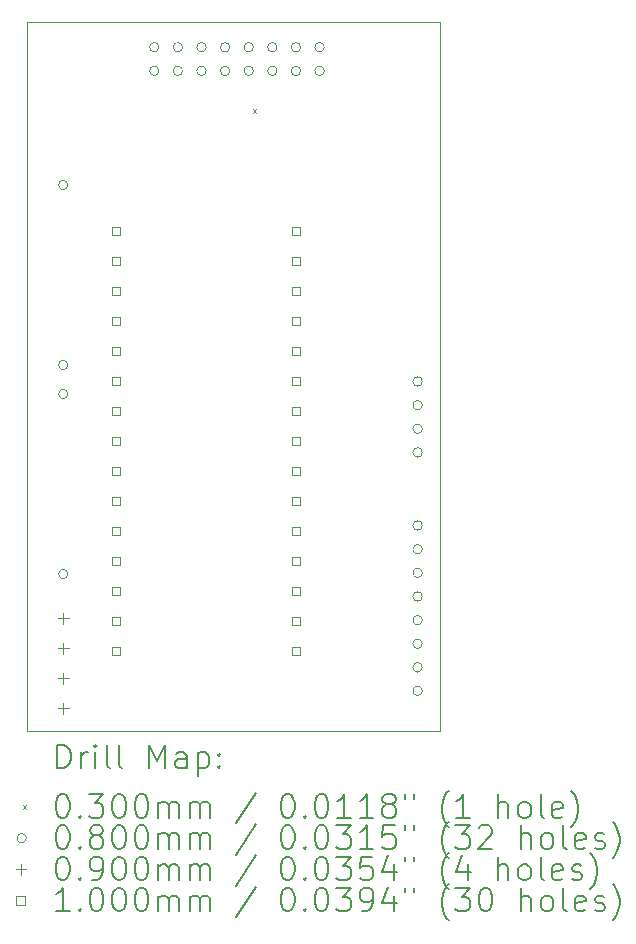
<source format=gbr>
%TF.GenerationSoftware,KiCad,Pcbnew,8.0.8*%
%TF.CreationDate,2025-01-20T01:17:02+01:00*%
%TF.ProjectId,NANO_MPU_SD_2Layers,4e414e4f-5f4d-4505-955f-53445f324c61,rev?*%
%TF.SameCoordinates,Original*%
%TF.FileFunction,Drillmap*%
%TF.FilePolarity,Positive*%
%FSLAX45Y45*%
G04 Gerber Fmt 4.5, Leading zero omitted, Abs format (unit mm)*
G04 Created by KiCad (PCBNEW 8.0.8) date 2025-01-20 01:17:02*
%MOMM*%
%LPD*%
G01*
G04 APERTURE LIST*
%ADD10C,0.050000*%
%ADD11C,0.200000*%
%ADD12C,0.100000*%
G04 APERTURE END LIST*
D10*
X5000000Y-5000000D02*
X8500000Y-5000000D01*
X8500000Y-11000000D01*
X5000000Y-11000000D01*
X5000000Y-5000000D01*
D11*
D12*
X6915000Y-5733693D02*
X6945000Y-5763693D01*
X6945000Y-5733693D02*
X6915000Y-5763693D01*
X5350000Y-6376000D02*
G75*
G02*
X5270000Y-6376000I-40000J0D01*
G01*
X5270000Y-6376000D02*
G75*
G02*
X5350000Y-6376000I40000J0D01*
G01*
X5350000Y-7900000D02*
G75*
G02*
X5270000Y-7900000I-40000J0D01*
G01*
X5270000Y-7900000D02*
G75*
G02*
X5350000Y-7900000I40000J0D01*
G01*
X5350000Y-8146000D02*
G75*
G02*
X5270000Y-8146000I-40000J0D01*
G01*
X5270000Y-8146000D02*
G75*
G02*
X5350000Y-8146000I40000J0D01*
G01*
X5350000Y-9670000D02*
G75*
G02*
X5270000Y-9670000I-40000J0D01*
G01*
X5270000Y-9670000D02*
G75*
G02*
X5350000Y-9670000I40000J0D01*
G01*
X6120000Y-5210000D02*
G75*
G02*
X6040000Y-5210000I-40000J0D01*
G01*
X6040000Y-5210000D02*
G75*
G02*
X6120000Y-5210000I40000J0D01*
G01*
X6120000Y-5410000D02*
G75*
G02*
X6040000Y-5410000I-40000J0D01*
G01*
X6040000Y-5410000D02*
G75*
G02*
X6120000Y-5410000I40000J0D01*
G01*
X6320000Y-5210000D02*
G75*
G02*
X6240000Y-5210000I-40000J0D01*
G01*
X6240000Y-5210000D02*
G75*
G02*
X6320000Y-5210000I40000J0D01*
G01*
X6320000Y-5410000D02*
G75*
G02*
X6240000Y-5410000I-40000J0D01*
G01*
X6240000Y-5410000D02*
G75*
G02*
X6320000Y-5410000I40000J0D01*
G01*
X6520000Y-5210000D02*
G75*
G02*
X6440000Y-5210000I-40000J0D01*
G01*
X6440000Y-5210000D02*
G75*
G02*
X6520000Y-5210000I40000J0D01*
G01*
X6520000Y-5410000D02*
G75*
G02*
X6440000Y-5410000I-40000J0D01*
G01*
X6440000Y-5410000D02*
G75*
G02*
X6520000Y-5410000I40000J0D01*
G01*
X6720000Y-5210000D02*
G75*
G02*
X6640000Y-5210000I-40000J0D01*
G01*
X6640000Y-5210000D02*
G75*
G02*
X6720000Y-5210000I40000J0D01*
G01*
X6720000Y-5410000D02*
G75*
G02*
X6640000Y-5410000I-40000J0D01*
G01*
X6640000Y-5410000D02*
G75*
G02*
X6720000Y-5410000I40000J0D01*
G01*
X6920000Y-5210000D02*
G75*
G02*
X6840000Y-5210000I-40000J0D01*
G01*
X6840000Y-5210000D02*
G75*
G02*
X6920000Y-5210000I40000J0D01*
G01*
X6920000Y-5410000D02*
G75*
G02*
X6840000Y-5410000I-40000J0D01*
G01*
X6840000Y-5410000D02*
G75*
G02*
X6920000Y-5410000I40000J0D01*
G01*
X7120000Y-5210000D02*
G75*
G02*
X7040000Y-5210000I-40000J0D01*
G01*
X7040000Y-5210000D02*
G75*
G02*
X7120000Y-5210000I40000J0D01*
G01*
X7120000Y-5410000D02*
G75*
G02*
X7040000Y-5410000I-40000J0D01*
G01*
X7040000Y-5410000D02*
G75*
G02*
X7120000Y-5410000I40000J0D01*
G01*
X7320000Y-5210000D02*
G75*
G02*
X7240000Y-5210000I-40000J0D01*
G01*
X7240000Y-5210000D02*
G75*
G02*
X7320000Y-5210000I40000J0D01*
G01*
X7320000Y-5410000D02*
G75*
G02*
X7240000Y-5410000I-40000J0D01*
G01*
X7240000Y-5410000D02*
G75*
G02*
X7320000Y-5410000I40000J0D01*
G01*
X7520000Y-5210000D02*
G75*
G02*
X7440000Y-5210000I-40000J0D01*
G01*
X7440000Y-5210000D02*
G75*
G02*
X7520000Y-5210000I40000J0D01*
G01*
X7520000Y-5410000D02*
G75*
G02*
X7440000Y-5410000I-40000J0D01*
G01*
X7440000Y-5410000D02*
G75*
G02*
X7520000Y-5410000I40000J0D01*
G01*
X8350000Y-8040000D02*
G75*
G02*
X8270000Y-8040000I-40000J0D01*
G01*
X8270000Y-8040000D02*
G75*
G02*
X8350000Y-8040000I40000J0D01*
G01*
X8350000Y-8240000D02*
G75*
G02*
X8270000Y-8240000I-40000J0D01*
G01*
X8270000Y-8240000D02*
G75*
G02*
X8350000Y-8240000I40000J0D01*
G01*
X8350000Y-8440000D02*
G75*
G02*
X8270000Y-8440000I-40000J0D01*
G01*
X8270000Y-8440000D02*
G75*
G02*
X8350000Y-8440000I40000J0D01*
G01*
X8350000Y-8640000D02*
G75*
G02*
X8270000Y-8640000I-40000J0D01*
G01*
X8270000Y-8640000D02*
G75*
G02*
X8350000Y-8640000I40000J0D01*
G01*
X8350000Y-9260000D02*
G75*
G02*
X8270000Y-9260000I-40000J0D01*
G01*
X8270000Y-9260000D02*
G75*
G02*
X8350000Y-9260000I40000J0D01*
G01*
X8350000Y-9460000D02*
G75*
G02*
X8270000Y-9460000I-40000J0D01*
G01*
X8270000Y-9460000D02*
G75*
G02*
X8350000Y-9460000I40000J0D01*
G01*
X8350000Y-9660000D02*
G75*
G02*
X8270000Y-9660000I-40000J0D01*
G01*
X8270000Y-9660000D02*
G75*
G02*
X8350000Y-9660000I40000J0D01*
G01*
X8350000Y-9860000D02*
G75*
G02*
X8270000Y-9860000I-40000J0D01*
G01*
X8270000Y-9860000D02*
G75*
G02*
X8350000Y-9860000I40000J0D01*
G01*
X8350000Y-10060000D02*
G75*
G02*
X8270000Y-10060000I-40000J0D01*
G01*
X8270000Y-10060000D02*
G75*
G02*
X8350000Y-10060000I40000J0D01*
G01*
X8350000Y-10260000D02*
G75*
G02*
X8270000Y-10260000I-40000J0D01*
G01*
X8270000Y-10260000D02*
G75*
G02*
X8350000Y-10260000I40000J0D01*
G01*
X8350000Y-10460000D02*
G75*
G02*
X8270000Y-10460000I-40000J0D01*
G01*
X8270000Y-10460000D02*
G75*
G02*
X8350000Y-10460000I40000J0D01*
G01*
X8350000Y-10660000D02*
G75*
G02*
X8270000Y-10660000I-40000J0D01*
G01*
X8270000Y-10660000D02*
G75*
G02*
X8350000Y-10660000I40000J0D01*
G01*
X5310000Y-10001000D02*
X5310000Y-10091000D01*
X5265000Y-10046000D02*
X5355000Y-10046000D01*
X5310000Y-10255000D02*
X5310000Y-10345000D01*
X5265000Y-10300000D02*
X5355000Y-10300000D01*
X5310000Y-10508000D02*
X5310000Y-10598000D01*
X5265000Y-10553000D02*
X5355000Y-10553000D01*
X5310000Y-10762000D02*
X5310000Y-10852000D01*
X5265000Y-10807000D02*
X5355000Y-10807000D01*
X5791356Y-6801356D02*
X5791356Y-6730644D01*
X5720644Y-6730644D01*
X5720644Y-6801356D01*
X5791356Y-6801356D01*
X5791356Y-7055356D02*
X5791356Y-6984644D01*
X5720644Y-6984644D01*
X5720644Y-7055356D01*
X5791356Y-7055356D01*
X5791356Y-7309356D02*
X5791356Y-7238644D01*
X5720644Y-7238644D01*
X5720644Y-7309356D01*
X5791356Y-7309356D01*
X5791356Y-7563356D02*
X5791356Y-7492644D01*
X5720644Y-7492644D01*
X5720644Y-7563356D01*
X5791356Y-7563356D01*
X5791356Y-7817356D02*
X5791356Y-7746644D01*
X5720644Y-7746644D01*
X5720644Y-7817356D01*
X5791356Y-7817356D01*
X5791356Y-8071356D02*
X5791356Y-8000644D01*
X5720644Y-8000644D01*
X5720644Y-8071356D01*
X5791356Y-8071356D01*
X5791356Y-8325356D02*
X5791356Y-8254644D01*
X5720644Y-8254644D01*
X5720644Y-8325356D01*
X5791356Y-8325356D01*
X5791356Y-8579356D02*
X5791356Y-8508644D01*
X5720644Y-8508644D01*
X5720644Y-8579356D01*
X5791356Y-8579356D01*
X5791356Y-8833356D02*
X5791356Y-8762644D01*
X5720644Y-8762644D01*
X5720644Y-8833356D01*
X5791356Y-8833356D01*
X5791356Y-9087356D02*
X5791356Y-9016644D01*
X5720644Y-9016644D01*
X5720644Y-9087356D01*
X5791356Y-9087356D01*
X5791356Y-9341356D02*
X5791356Y-9270644D01*
X5720644Y-9270644D01*
X5720644Y-9341356D01*
X5791356Y-9341356D01*
X5791356Y-9595356D02*
X5791356Y-9524644D01*
X5720644Y-9524644D01*
X5720644Y-9595356D01*
X5791356Y-9595356D01*
X5791356Y-9849356D02*
X5791356Y-9778644D01*
X5720644Y-9778644D01*
X5720644Y-9849356D01*
X5791356Y-9849356D01*
X5791356Y-10103356D02*
X5791356Y-10032644D01*
X5720644Y-10032644D01*
X5720644Y-10103356D01*
X5791356Y-10103356D01*
X5791356Y-10357356D02*
X5791356Y-10286644D01*
X5720644Y-10286644D01*
X5720644Y-10357356D01*
X5791356Y-10357356D01*
X7315356Y-6801356D02*
X7315356Y-6730644D01*
X7244644Y-6730644D01*
X7244644Y-6801356D01*
X7315356Y-6801356D01*
X7315356Y-7055356D02*
X7315356Y-6984644D01*
X7244644Y-6984644D01*
X7244644Y-7055356D01*
X7315356Y-7055356D01*
X7315356Y-7309356D02*
X7315356Y-7238644D01*
X7244644Y-7238644D01*
X7244644Y-7309356D01*
X7315356Y-7309356D01*
X7315356Y-7563356D02*
X7315356Y-7492644D01*
X7244644Y-7492644D01*
X7244644Y-7563356D01*
X7315356Y-7563356D01*
X7315356Y-7817356D02*
X7315356Y-7746644D01*
X7244644Y-7746644D01*
X7244644Y-7817356D01*
X7315356Y-7817356D01*
X7315356Y-8071356D02*
X7315356Y-8000644D01*
X7244644Y-8000644D01*
X7244644Y-8071356D01*
X7315356Y-8071356D01*
X7315356Y-8325356D02*
X7315356Y-8254644D01*
X7244644Y-8254644D01*
X7244644Y-8325356D01*
X7315356Y-8325356D01*
X7315356Y-8579356D02*
X7315356Y-8508644D01*
X7244644Y-8508644D01*
X7244644Y-8579356D01*
X7315356Y-8579356D01*
X7315356Y-8833356D02*
X7315356Y-8762644D01*
X7244644Y-8762644D01*
X7244644Y-8833356D01*
X7315356Y-8833356D01*
X7315356Y-9087356D02*
X7315356Y-9016644D01*
X7244644Y-9016644D01*
X7244644Y-9087356D01*
X7315356Y-9087356D01*
X7315356Y-9341356D02*
X7315356Y-9270644D01*
X7244644Y-9270644D01*
X7244644Y-9341356D01*
X7315356Y-9341356D01*
X7315356Y-9595356D02*
X7315356Y-9524644D01*
X7244644Y-9524644D01*
X7244644Y-9595356D01*
X7315356Y-9595356D01*
X7315356Y-9849356D02*
X7315356Y-9778644D01*
X7244644Y-9778644D01*
X7244644Y-9849356D01*
X7315356Y-9849356D01*
X7315356Y-10103356D02*
X7315356Y-10032644D01*
X7244644Y-10032644D01*
X7244644Y-10103356D01*
X7315356Y-10103356D01*
X7315356Y-10357356D02*
X7315356Y-10286644D01*
X7244644Y-10286644D01*
X7244644Y-10357356D01*
X7315356Y-10357356D01*
D11*
X5258277Y-11313984D02*
X5258277Y-11113984D01*
X5258277Y-11113984D02*
X5305896Y-11113984D01*
X5305896Y-11113984D02*
X5334467Y-11123508D01*
X5334467Y-11123508D02*
X5353515Y-11142555D01*
X5353515Y-11142555D02*
X5363039Y-11161603D01*
X5363039Y-11161603D02*
X5372563Y-11199698D01*
X5372563Y-11199698D02*
X5372563Y-11228269D01*
X5372563Y-11228269D02*
X5363039Y-11266365D01*
X5363039Y-11266365D02*
X5353515Y-11285412D01*
X5353515Y-11285412D02*
X5334467Y-11304460D01*
X5334467Y-11304460D02*
X5305896Y-11313984D01*
X5305896Y-11313984D02*
X5258277Y-11313984D01*
X5458277Y-11313984D02*
X5458277Y-11180650D01*
X5458277Y-11218746D02*
X5467801Y-11199698D01*
X5467801Y-11199698D02*
X5477324Y-11190174D01*
X5477324Y-11190174D02*
X5496372Y-11180650D01*
X5496372Y-11180650D02*
X5515420Y-11180650D01*
X5582086Y-11313984D02*
X5582086Y-11180650D01*
X5582086Y-11113984D02*
X5572563Y-11123508D01*
X5572563Y-11123508D02*
X5582086Y-11133031D01*
X5582086Y-11133031D02*
X5591610Y-11123508D01*
X5591610Y-11123508D02*
X5582086Y-11113984D01*
X5582086Y-11113984D02*
X5582086Y-11133031D01*
X5705896Y-11313984D02*
X5686848Y-11304460D01*
X5686848Y-11304460D02*
X5677324Y-11285412D01*
X5677324Y-11285412D02*
X5677324Y-11113984D01*
X5810658Y-11313984D02*
X5791610Y-11304460D01*
X5791610Y-11304460D02*
X5782086Y-11285412D01*
X5782086Y-11285412D02*
X5782086Y-11113984D01*
X6039229Y-11313984D02*
X6039229Y-11113984D01*
X6039229Y-11113984D02*
X6105896Y-11256841D01*
X6105896Y-11256841D02*
X6172562Y-11113984D01*
X6172562Y-11113984D02*
X6172562Y-11313984D01*
X6353515Y-11313984D02*
X6353515Y-11209222D01*
X6353515Y-11209222D02*
X6343991Y-11190174D01*
X6343991Y-11190174D02*
X6324943Y-11180650D01*
X6324943Y-11180650D02*
X6286848Y-11180650D01*
X6286848Y-11180650D02*
X6267801Y-11190174D01*
X6353515Y-11304460D02*
X6334467Y-11313984D01*
X6334467Y-11313984D02*
X6286848Y-11313984D01*
X6286848Y-11313984D02*
X6267801Y-11304460D01*
X6267801Y-11304460D02*
X6258277Y-11285412D01*
X6258277Y-11285412D02*
X6258277Y-11266365D01*
X6258277Y-11266365D02*
X6267801Y-11247317D01*
X6267801Y-11247317D02*
X6286848Y-11237793D01*
X6286848Y-11237793D02*
X6334467Y-11237793D01*
X6334467Y-11237793D02*
X6353515Y-11228269D01*
X6448753Y-11180650D02*
X6448753Y-11380650D01*
X6448753Y-11190174D02*
X6467801Y-11180650D01*
X6467801Y-11180650D02*
X6505896Y-11180650D01*
X6505896Y-11180650D02*
X6524943Y-11190174D01*
X6524943Y-11190174D02*
X6534467Y-11199698D01*
X6534467Y-11199698D02*
X6543991Y-11218746D01*
X6543991Y-11218746D02*
X6543991Y-11275888D01*
X6543991Y-11275888D02*
X6534467Y-11294936D01*
X6534467Y-11294936D02*
X6524943Y-11304460D01*
X6524943Y-11304460D02*
X6505896Y-11313984D01*
X6505896Y-11313984D02*
X6467801Y-11313984D01*
X6467801Y-11313984D02*
X6448753Y-11304460D01*
X6629705Y-11294936D02*
X6639229Y-11304460D01*
X6639229Y-11304460D02*
X6629705Y-11313984D01*
X6629705Y-11313984D02*
X6620182Y-11304460D01*
X6620182Y-11304460D02*
X6629705Y-11294936D01*
X6629705Y-11294936D02*
X6629705Y-11313984D01*
X6629705Y-11190174D02*
X6639229Y-11199698D01*
X6639229Y-11199698D02*
X6629705Y-11209222D01*
X6629705Y-11209222D02*
X6620182Y-11199698D01*
X6620182Y-11199698D02*
X6629705Y-11190174D01*
X6629705Y-11190174D02*
X6629705Y-11209222D01*
D12*
X4967500Y-11627500D02*
X4997500Y-11657500D01*
X4997500Y-11627500D02*
X4967500Y-11657500D01*
D11*
X5296372Y-11533984D02*
X5315420Y-11533984D01*
X5315420Y-11533984D02*
X5334467Y-11543508D01*
X5334467Y-11543508D02*
X5343991Y-11553031D01*
X5343991Y-11553031D02*
X5353515Y-11572079D01*
X5353515Y-11572079D02*
X5363039Y-11610174D01*
X5363039Y-11610174D02*
X5363039Y-11657793D01*
X5363039Y-11657793D02*
X5353515Y-11695888D01*
X5353515Y-11695888D02*
X5343991Y-11714936D01*
X5343991Y-11714936D02*
X5334467Y-11724460D01*
X5334467Y-11724460D02*
X5315420Y-11733984D01*
X5315420Y-11733984D02*
X5296372Y-11733984D01*
X5296372Y-11733984D02*
X5277324Y-11724460D01*
X5277324Y-11724460D02*
X5267801Y-11714936D01*
X5267801Y-11714936D02*
X5258277Y-11695888D01*
X5258277Y-11695888D02*
X5248753Y-11657793D01*
X5248753Y-11657793D02*
X5248753Y-11610174D01*
X5248753Y-11610174D02*
X5258277Y-11572079D01*
X5258277Y-11572079D02*
X5267801Y-11553031D01*
X5267801Y-11553031D02*
X5277324Y-11543508D01*
X5277324Y-11543508D02*
X5296372Y-11533984D01*
X5448753Y-11714936D02*
X5458277Y-11724460D01*
X5458277Y-11724460D02*
X5448753Y-11733984D01*
X5448753Y-11733984D02*
X5439229Y-11724460D01*
X5439229Y-11724460D02*
X5448753Y-11714936D01*
X5448753Y-11714936D02*
X5448753Y-11733984D01*
X5524944Y-11533984D02*
X5648753Y-11533984D01*
X5648753Y-11533984D02*
X5582086Y-11610174D01*
X5582086Y-11610174D02*
X5610658Y-11610174D01*
X5610658Y-11610174D02*
X5629705Y-11619698D01*
X5629705Y-11619698D02*
X5639229Y-11629222D01*
X5639229Y-11629222D02*
X5648753Y-11648269D01*
X5648753Y-11648269D02*
X5648753Y-11695888D01*
X5648753Y-11695888D02*
X5639229Y-11714936D01*
X5639229Y-11714936D02*
X5629705Y-11724460D01*
X5629705Y-11724460D02*
X5610658Y-11733984D01*
X5610658Y-11733984D02*
X5553515Y-11733984D01*
X5553515Y-11733984D02*
X5534467Y-11724460D01*
X5534467Y-11724460D02*
X5524944Y-11714936D01*
X5772562Y-11533984D02*
X5791610Y-11533984D01*
X5791610Y-11533984D02*
X5810658Y-11543508D01*
X5810658Y-11543508D02*
X5820182Y-11553031D01*
X5820182Y-11553031D02*
X5829705Y-11572079D01*
X5829705Y-11572079D02*
X5839229Y-11610174D01*
X5839229Y-11610174D02*
X5839229Y-11657793D01*
X5839229Y-11657793D02*
X5829705Y-11695888D01*
X5829705Y-11695888D02*
X5820182Y-11714936D01*
X5820182Y-11714936D02*
X5810658Y-11724460D01*
X5810658Y-11724460D02*
X5791610Y-11733984D01*
X5791610Y-11733984D02*
X5772562Y-11733984D01*
X5772562Y-11733984D02*
X5753515Y-11724460D01*
X5753515Y-11724460D02*
X5743991Y-11714936D01*
X5743991Y-11714936D02*
X5734467Y-11695888D01*
X5734467Y-11695888D02*
X5724943Y-11657793D01*
X5724943Y-11657793D02*
X5724943Y-11610174D01*
X5724943Y-11610174D02*
X5734467Y-11572079D01*
X5734467Y-11572079D02*
X5743991Y-11553031D01*
X5743991Y-11553031D02*
X5753515Y-11543508D01*
X5753515Y-11543508D02*
X5772562Y-11533984D01*
X5963039Y-11533984D02*
X5982086Y-11533984D01*
X5982086Y-11533984D02*
X6001134Y-11543508D01*
X6001134Y-11543508D02*
X6010658Y-11553031D01*
X6010658Y-11553031D02*
X6020182Y-11572079D01*
X6020182Y-11572079D02*
X6029705Y-11610174D01*
X6029705Y-11610174D02*
X6029705Y-11657793D01*
X6029705Y-11657793D02*
X6020182Y-11695888D01*
X6020182Y-11695888D02*
X6010658Y-11714936D01*
X6010658Y-11714936D02*
X6001134Y-11724460D01*
X6001134Y-11724460D02*
X5982086Y-11733984D01*
X5982086Y-11733984D02*
X5963039Y-11733984D01*
X5963039Y-11733984D02*
X5943991Y-11724460D01*
X5943991Y-11724460D02*
X5934467Y-11714936D01*
X5934467Y-11714936D02*
X5924943Y-11695888D01*
X5924943Y-11695888D02*
X5915420Y-11657793D01*
X5915420Y-11657793D02*
X5915420Y-11610174D01*
X5915420Y-11610174D02*
X5924943Y-11572079D01*
X5924943Y-11572079D02*
X5934467Y-11553031D01*
X5934467Y-11553031D02*
X5943991Y-11543508D01*
X5943991Y-11543508D02*
X5963039Y-11533984D01*
X6115420Y-11733984D02*
X6115420Y-11600650D01*
X6115420Y-11619698D02*
X6124943Y-11610174D01*
X6124943Y-11610174D02*
X6143991Y-11600650D01*
X6143991Y-11600650D02*
X6172563Y-11600650D01*
X6172563Y-11600650D02*
X6191610Y-11610174D01*
X6191610Y-11610174D02*
X6201134Y-11629222D01*
X6201134Y-11629222D02*
X6201134Y-11733984D01*
X6201134Y-11629222D02*
X6210658Y-11610174D01*
X6210658Y-11610174D02*
X6229705Y-11600650D01*
X6229705Y-11600650D02*
X6258277Y-11600650D01*
X6258277Y-11600650D02*
X6277324Y-11610174D01*
X6277324Y-11610174D02*
X6286848Y-11629222D01*
X6286848Y-11629222D02*
X6286848Y-11733984D01*
X6382086Y-11733984D02*
X6382086Y-11600650D01*
X6382086Y-11619698D02*
X6391610Y-11610174D01*
X6391610Y-11610174D02*
X6410658Y-11600650D01*
X6410658Y-11600650D02*
X6439229Y-11600650D01*
X6439229Y-11600650D02*
X6458277Y-11610174D01*
X6458277Y-11610174D02*
X6467801Y-11629222D01*
X6467801Y-11629222D02*
X6467801Y-11733984D01*
X6467801Y-11629222D02*
X6477324Y-11610174D01*
X6477324Y-11610174D02*
X6496372Y-11600650D01*
X6496372Y-11600650D02*
X6524943Y-11600650D01*
X6524943Y-11600650D02*
X6543991Y-11610174D01*
X6543991Y-11610174D02*
X6553515Y-11629222D01*
X6553515Y-11629222D02*
X6553515Y-11733984D01*
X6943991Y-11524460D02*
X6772563Y-11781603D01*
X7201134Y-11533984D02*
X7220182Y-11533984D01*
X7220182Y-11533984D02*
X7239229Y-11543508D01*
X7239229Y-11543508D02*
X7248753Y-11553031D01*
X7248753Y-11553031D02*
X7258277Y-11572079D01*
X7258277Y-11572079D02*
X7267801Y-11610174D01*
X7267801Y-11610174D02*
X7267801Y-11657793D01*
X7267801Y-11657793D02*
X7258277Y-11695888D01*
X7258277Y-11695888D02*
X7248753Y-11714936D01*
X7248753Y-11714936D02*
X7239229Y-11724460D01*
X7239229Y-11724460D02*
X7220182Y-11733984D01*
X7220182Y-11733984D02*
X7201134Y-11733984D01*
X7201134Y-11733984D02*
X7182086Y-11724460D01*
X7182086Y-11724460D02*
X7172563Y-11714936D01*
X7172563Y-11714936D02*
X7163039Y-11695888D01*
X7163039Y-11695888D02*
X7153515Y-11657793D01*
X7153515Y-11657793D02*
X7153515Y-11610174D01*
X7153515Y-11610174D02*
X7163039Y-11572079D01*
X7163039Y-11572079D02*
X7172563Y-11553031D01*
X7172563Y-11553031D02*
X7182086Y-11543508D01*
X7182086Y-11543508D02*
X7201134Y-11533984D01*
X7353515Y-11714936D02*
X7363039Y-11724460D01*
X7363039Y-11724460D02*
X7353515Y-11733984D01*
X7353515Y-11733984D02*
X7343991Y-11724460D01*
X7343991Y-11724460D02*
X7353515Y-11714936D01*
X7353515Y-11714936D02*
X7353515Y-11733984D01*
X7486848Y-11533984D02*
X7505896Y-11533984D01*
X7505896Y-11533984D02*
X7524944Y-11543508D01*
X7524944Y-11543508D02*
X7534467Y-11553031D01*
X7534467Y-11553031D02*
X7543991Y-11572079D01*
X7543991Y-11572079D02*
X7553515Y-11610174D01*
X7553515Y-11610174D02*
X7553515Y-11657793D01*
X7553515Y-11657793D02*
X7543991Y-11695888D01*
X7543991Y-11695888D02*
X7534467Y-11714936D01*
X7534467Y-11714936D02*
X7524944Y-11724460D01*
X7524944Y-11724460D02*
X7505896Y-11733984D01*
X7505896Y-11733984D02*
X7486848Y-11733984D01*
X7486848Y-11733984D02*
X7467801Y-11724460D01*
X7467801Y-11724460D02*
X7458277Y-11714936D01*
X7458277Y-11714936D02*
X7448753Y-11695888D01*
X7448753Y-11695888D02*
X7439229Y-11657793D01*
X7439229Y-11657793D02*
X7439229Y-11610174D01*
X7439229Y-11610174D02*
X7448753Y-11572079D01*
X7448753Y-11572079D02*
X7458277Y-11553031D01*
X7458277Y-11553031D02*
X7467801Y-11543508D01*
X7467801Y-11543508D02*
X7486848Y-11533984D01*
X7743991Y-11733984D02*
X7629706Y-11733984D01*
X7686848Y-11733984D02*
X7686848Y-11533984D01*
X7686848Y-11533984D02*
X7667801Y-11562555D01*
X7667801Y-11562555D02*
X7648753Y-11581603D01*
X7648753Y-11581603D02*
X7629706Y-11591127D01*
X7934467Y-11733984D02*
X7820182Y-11733984D01*
X7877325Y-11733984D02*
X7877325Y-11533984D01*
X7877325Y-11533984D02*
X7858277Y-11562555D01*
X7858277Y-11562555D02*
X7839229Y-11581603D01*
X7839229Y-11581603D02*
X7820182Y-11591127D01*
X8048753Y-11619698D02*
X8029706Y-11610174D01*
X8029706Y-11610174D02*
X8020182Y-11600650D01*
X8020182Y-11600650D02*
X8010658Y-11581603D01*
X8010658Y-11581603D02*
X8010658Y-11572079D01*
X8010658Y-11572079D02*
X8020182Y-11553031D01*
X8020182Y-11553031D02*
X8029706Y-11543508D01*
X8029706Y-11543508D02*
X8048753Y-11533984D01*
X8048753Y-11533984D02*
X8086848Y-11533984D01*
X8086848Y-11533984D02*
X8105896Y-11543508D01*
X8105896Y-11543508D02*
X8115420Y-11553031D01*
X8115420Y-11553031D02*
X8124944Y-11572079D01*
X8124944Y-11572079D02*
X8124944Y-11581603D01*
X8124944Y-11581603D02*
X8115420Y-11600650D01*
X8115420Y-11600650D02*
X8105896Y-11610174D01*
X8105896Y-11610174D02*
X8086848Y-11619698D01*
X8086848Y-11619698D02*
X8048753Y-11619698D01*
X8048753Y-11619698D02*
X8029706Y-11629222D01*
X8029706Y-11629222D02*
X8020182Y-11638746D01*
X8020182Y-11638746D02*
X8010658Y-11657793D01*
X8010658Y-11657793D02*
X8010658Y-11695888D01*
X8010658Y-11695888D02*
X8020182Y-11714936D01*
X8020182Y-11714936D02*
X8029706Y-11724460D01*
X8029706Y-11724460D02*
X8048753Y-11733984D01*
X8048753Y-11733984D02*
X8086848Y-11733984D01*
X8086848Y-11733984D02*
X8105896Y-11724460D01*
X8105896Y-11724460D02*
X8115420Y-11714936D01*
X8115420Y-11714936D02*
X8124944Y-11695888D01*
X8124944Y-11695888D02*
X8124944Y-11657793D01*
X8124944Y-11657793D02*
X8115420Y-11638746D01*
X8115420Y-11638746D02*
X8105896Y-11629222D01*
X8105896Y-11629222D02*
X8086848Y-11619698D01*
X8201134Y-11533984D02*
X8201134Y-11572079D01*
X8277325Y-11533984D02*
X8277325Y-11572079D01*
X8572563Y-11810174D02*
X8563039Y-11800650D01*
X8563039Y-11800650D02*
X8543991Y-11772079D01*
X8543991Y-11772079D02*
X8534468Y-11753031D01*
X8534468Y-11753031D02*
X8524944Y-11724460D01*
X8524944Y-11724460D02*
X8515420Y-11676841D01*
X8515420Y-11676841D02*
X8515420Y-11638746D01*
X8515420Y-11638746D02*
X8524944Y-11591127D01*
X8524944Y-11591127D02*
X8534468Y-11562555D01*
X8534468Y-11562555D02*
X8543991Y-11543508D01*
X8543991Y-11543508D02*
X8563039Y-11514936D01*
X8563039Y-11514936D02*
X8572563Y-11505412D01*
X8753515Y-11733984D02*
X8639230Y-11733984D01*
X8696372Y-11733984D02*
X8696372Y-11533984D01*
X8696372Y-11533984D02*
X8677325Y-11562555D01*
X8677325Y-11562555D02*
X8658277Y-11581603D01*
X8658277Y-11581603D02*
X8639230Y-11591127D01*
X8991611Y-11733984D02*
X8991611Y-11533984D01*
X9077325Y-11733984D02*
X9077325Y-11629222D01*
X9077325Y-11629222D02*
X9067801Y-11610174D01*
X9067801Y-11610174D02*
X9048753Y-11600650D01*
X9048753Y-11600650D02*
X9020182Y-11600650D01*
X9020182Y-11600650D02*
X9001134Y-11610174D01*
X9001134Y-11610174D02*
X8991611Y-11619698D01*
X9201134Y-11733984D02*
X9182087Y-11724460D01*
X9182087Y-11724460D02*
X9172563Y-11714936D01*
X9172563Y-11714936D02*
X9163039Y-11695888D01*
X9163039Y-11695888D02*
X9163039Y-11638746D01*
X9163039Y-11638746D02*
X9172563Y-11619698D01*
X9172563Y-11619698D02*
X9182087Y-11610174D01*
X9182087Y-11610174D02*
X9201134Y-11600650D01*
X9201134Y-11600650D02*
X9229706Y-11600650D01*
X9229706Y-11600650D02*
X9248753Y-11610174D01*
X9248753Y-11610174D02*
X9258277Y-11619698D01*
X9258277Y-11619698D02*
X9267801Y-11638746D01*
X9267801Y-11638746D02*
X9267801Y-11695888D01*
X9267801Y-11695888D02*
X9258277Y-11714936D01*
X9258277Y-11714936D02*
X9248753Y-11724460D01*
X9248753Y-11724460D02*
X9229706Y-11733984D01*
X9229706Y-11733984D02*
X9201134Y-11733984D01*
X9382087Y-11733984D02*
X9363039Y-11724460D01*
X9363039Y-11724460D02*
X9353515Y-11705412D01*
X9353515Y-11705412D02*
X9353515Y-11533984D01*
X9534468Y-11724460D02*
X9515420Y-11733984D01*
X9515420Y-11733984D02*
X9477325Y-11733984D01*
X9477325Y-11733984D02*
X9458277Y-11724460D01*
X9458277Y-11724460D02*
X9448753Y-11705412D01*
X9448753Y-11705412D02*
X9448753Y-11629222D01*
X9448753Y-11629222D02*
X9458277Y-11610174D01*
X9458277Y-11610174D02*
X9477325Y-11600650D01*
X9477325Y-11600650D02*
X9515420Y-11600650D01*
X9515420Y-11600650D02*
X9534468Y-11610174D01*
X9534468Y-11610174D02*
X9543992Y-11629222D01*
X9543992Y-11629222D02*
X9543992Y-11648269D01*
X9543992Y-11648269D02*
X9448753Y-11667317D01*
X9610658Y-11810174D02*
X9620182Y-11800650D01*
X9620182Y-11800650D02*
X9639230Y-11772079D01*
X9639230Y-11772079D02*
X9648753Y-11753031D01*
X9648753Y-11753031D02*
X9658277Y-11724460D01*
X9658277Y-11724460D02*
X9667801Y-11676841D01*
X9667801Y-11676841D02*
X9667801Y-11638746D01*
X9667801Y-11638746D02*
X9658277Y-11591127D01*
X9658277Y-11591127D02*
X9648753Y-11562555D01*
X9648753Y-11562555D02*
X9639230Y-11543508D01*
X9639230Y-11543508D02*
X9620182Y-11514936D01*
X9620182Y-11514936D02*
X9610658Y-11505412D01*
D12*
X4997500Y-11906500D02*
G75*
G02*
X4917500Y-11906500I-40000J0D01*
G01*
X4917500Y-11906500D02*
G75*
G02*
X4997500Y-11906500I40000J0D01*
G01*
D11*
X5296372Y-11797984D02*
X5315420Y-11797984D01*
X5315420Y-11797984D02*
X5334467Y-11807508D01*
X5334467Y-11807508D02*
X5343991Y-11817031D01*
X5343991Y-11817031D02*
X5353515Y-11836079D01*
X5353515Y-11836079D02*
X5363039Y-11874174D01*
X5363039Y-11874174D02*
X5363039Y-11921793D01*
X5363039Y-11921793D02*
X5353515Y-11959888D01*
X5353515Y-11959888D02*
X5343991Y-11978936D01*
X5343991Y-11978936D02*
X5334467Y-11988460D01*
X5334467Y-11988460D02*
X5315420Y-11997984D01*
X5315420Y-11997984D02*
X5296372Y-11997984D01*
X5296372Y-11997984D02*
X5277324Y-11988460D01*
X5277324Y-11988460D02*
X5267801Y-11978936D01*
X5267801Y-11978936D02*
X5258277Y-11959888D01*
X5258277Y-11959888D02*
X5248753Y-11921793D01*
X5248753Y-11921793D02*
X5248753Y-11874174D01*
X5248753Y-11874174D02*
X5258277Y-11836079D01*
X5258277Y-11836079D02*
X5267801Y-11817031D01*
X5267801Y-11817031D02*
X5277324Y-11807508D01*
X5277324Y-11807508D02*
X5296372Y-11797984D01*
X5448753Y-11978936D02*
X5458277Y-11988460D01*
X5458277Y-11988460D02*
X5448753Y-11997984D01*
X5448753Y-11997984D02*
X5439229Y-11988460D01*
X5439229Y-11988460D02*
X5448753Y-11978936D01*
X5448753Y-11978936D02*
X5448753Y-11997984D01*
X5572563Y-11883698D02*
X5553515Y-11874174D01*
X5553515Y-11874174D02*
X5543991Y-11864650D01*
X5543991Y-11864650D02*
X5534467Y-11845603D01*
X5534467Y-11845603D02*
X5534467Y-11836079D01*
X5534467Y-11836079D02*
X5543991Y-11817031D01*
X5543991Y-11817031D02*
X5553515Y-11807508D01*
X5553515Y-11807508D02*
X5572563Y-11797984D01*
X5572563Y-11797984D02*
X5610658Y-11797984D01*
X5610658Y-11797984D02*
X5629705Y-11807508D01*
X5629705Y-11807508D02*
X5639229Y-11817031D01*
X5639229Y-11817031D02*
X5648753Y-11836079D01*
X5648753Y-11836079D02*
X5648753Y-11845603D01*
X5648753Y-11845603D02*
X5639229Y-11864650D01*
X5639229Y-11864650D02*
X5629705Y-11874174D01*
X5629705Y-11874174D02*
X5610658Y-11883698D01*
X5610658Y-11883698D02*
X5572563Y-11883698D01*
X5572563Y-11883698D02*
X5553515Y-11893222D01*
X5553515Y-11893222D02*
X5543991Y-11902746D01*
X5543991Y-11902746D02*
X5534467Y-11921793D01*
X5534467Y-11921793D02*
X5534467Y-11959888D01*
X5534467Y-11959888D02*
X5543991Y-11978936D01*
X5543991Y-11978936D02*
X5553515Y-11988460D01*
X5553515Y-11988460D02*
X5572563Y-11997984D01*
X5572563Y-11997984D02*
X5610658Y-11997984D01*
X5610658Y-11997984D02*
X5629705Y-11988460D01*
X5629705Y-11988460D02*
X5639229Y-11978936D01*
X5639229Y-11978936D02*
X5648753Y-11959888D01*
X5648753Y-11959888D02*
X5648753Y-11921793D01*
X5648753Y-11921793D02*
X5639229Y-11902746D01*
X5639229Y-11902746D02*
X5629705Y-11893222D01*
X5629705Y-11893222D02*
X5610658Y-11883698D01*
X5772562Y-11797984D02*
X5791610Y-11797984D01*
X5791610Y-11797984D02*
X5810658Y-11807508D01*
X5810658Y-11807508D02*
X5820182Y-11817031D01*
X5820182Y-11817031D02*
X5829705Y-11836079D01*
X5829705Y-11836079D02*
X5839229Y-11874174D01*
X5839229Y-11874174D02*
X5839229Y-11921793D01*
X5839229Y-11921793D02*
X5829705Y-11959888D01*
X5829705Y-11959888D02*
X5820182Y-11978936D01*
X5820182Y-11978936D02*
X5810658Y-11988460D01*
X5810658Y-11988460D02*
X5791610Y-11997984D01*
X5791610Y-11997984D02*
X5772562Y-11997984D01*
X5772562Y-11997984D02*
X5753515Y-11988460D01*
X5753515Y-11988460D02*
X5743991Y-11978936D01*
X5743991Y-11978936D02*
X5734467Y-11959888D01*
X5734467Y-11959888D02*
X5724943Y-11921793D01*
X5724943Y-11921793D02*
X5724943Y-11874174D01*
X5724943Y-11874174D02*
X5734467Y-11836079D01*
X5734467Y-11836079D02*
X5743991Y-11817031D01*
X5743991Y-11817031D02*
X5753515Y-11807508D01*
X5753515Y-11807508D02*
X5772562Y-11797984D01*
X5963039Y-11797984D02*
X5982086Y-11797984D01*
X5982086Y-11797984D02*
X6001134Y-11807508D01*
X6001134Y-11807508D02*
X6010658Y-11817031D01*
X6010658Y-11817031D02*
X6020182Y-11836079D01*
X6020182Y-11836079D02*
X6029705Y-11874174D01*
X6029705Y-11874174D02*
X6029705Y-11921793D01*
X6029705Y-11921793D02*
X6020182Y-11959888D01*
X6020182Y-11959888D02*
X6010658Y-11978936D01*
X6010658Y-11978936D02*
X6001134Y-11988460D01*
X6001134Y-11988460D02*
X5982086Y-11997984D01*
X5982086Y-11997984D02*
X5963039Y-11997984D01*
X5963039Y-11997984D02*
X5943991Y-11988460D01*
X5943991Y-11988460D02*
X5934467Y-11978936D01*
X5934467Y-11978936D02*
X5924943Y-11959888D01*
X5924943Y-11959888D02*
X5915420Y-11921793D01*
X5915420Y-11921793D02*
X5915420Y-11874174D01*
X5915420Y-11874174D02*
X5924943Y-11836079D01*
X5924943Y-11836079D02*
X5934467Y-11817031D01*
X5934467Y-11817031D02*
X5943991Y-11807508D01*
X5943991Y-11807508D02*
X5963039Y-11797984D01*
X6115420Y-11997984D02*
X6115420Y-11864650D01*
X6115420Y-11883698D02*
X6124943Y-11874174D01*
X6124943Y-11874174D02*
X6143991Y-11864650D01*
X6143991Y-11864650D02*
X6172563Y-11864650D01*
X6172563Y-11864650D02*
X6191610Y-11874174D01*
X6191610Y-11874174D02*
X6201134Y-11893222D01*
X6201134Y-11893222D02*
X6201134Y-11997984D01*
X6201134Y-11893222D02*
X6210658Y-11874174D01*
X6210658Y-11874174D02*
X6229705Y-11864650D01*
X6229705Y-11864650D02*
X6258277Y-11864650D01*
X6258277Y-11864650D02*
X6277324Y-11874174D01*
X6277324Y-11874174D02*
X6286848Y-11893222D01*
X6286848Y-11893222D02*
X6286848Y-11997984D01*
X6382086Y-11997984D02*
X6382086Y-11864650D01*
X6382086Y-11883698D02*
X6391610Y-11874174D01*
X6391610Y-11874174D02*
X6410658Y-11864650D01*
X6410658Y-11864650D02*
X6439229Y-11864650D01*
X6439229Y-11864650D02*
X6458277Y-11874174D01*
X6458277Y-11874174D02*
X6467801Y-11893222D01*
X6467801Y-11893222D02*
X6467801Y-11997984D01*
X6467801Y-11893222D02*
X6477324Y-11874174D01*
X6477324Y-11874174D02*
X6496372Y-11864650D01*
X6496372Y-11864650D02*
X6524943Y-11864650D01*
X6524943Y-11864650D02*
X6543991Y-11874174D01*
X6543991Y-11874174D02*
X6553515Y-11893222D01*
X6553515Y-11893222D02*
X6553515Y-11997984D01*
X6943991Y-11788460D02*
X6772563Y-12045603D01*
X7201134Y-11797984D02*
X7220182Y-11797984D01*
X7220182Y-11797984D02*
X7239229Y-11807508D01*
X7239229Y-11807508D02*
X7248753Y-11817031D01*
X7248753Y-11817031D02*
X7258277Y-11836079D01*
X7258277Y-11836079D02*
X7267801Y-11874174D01*
X7267801Y-11874174D02*
X7267801Y-11921793D01*
X7267801Y-11921793D02*
X7258277Y-11959888D01*
X7258277Y-11959888D02*
X7248753Y-11978936D01*
X7248753Y-11978936D02*
X7239229Y-11988460D01*
X7239229Y-11988460D02*
X7220182Y-11997984D01*
X7220182Y-11997984D02*
X7201134Y-11997984D01*
X7201134Y-11997984D02*
X7182086Y-11988460D01*
X7182086Y-11988460D02*
X7172563Y-11978936D01*
X7172563Y-11978936D02*
X7163039Y-11959888D01*
X7163039Y-11959888D02*
X7153515Y-11921793D01*
X7153515Y-11921793D02*
X7153515Y-11874174D01*
X7153515Y-11874174D02*
X7163039Y-11836079D01*
X7163039Y-11836079D02*
X7172563Y-11817031D01*
X7172563Y-11817031D02*
X7182086Y-11807508D01*
X7182086Y-11807508D02*
X7201134Y-11797984D01*
X7353515Y-11978936D02*
X7363039Y-11988460D01*
X7363039Y-11988460D02*
X7353515Y-11997984D01*
X7353515Y-11997984D02*
X7343991Y-11988460D01*
X7343991Y-11988460D02*
X7353515Y-11978936D01*
X7353515Y-11978936D02*
X7353515Y-11997984D01*
X7486848Y-11797984D02*
X7505896Y-11797984D01*
X7505896Y-11797984D02*
X7524944Y-11807508D01*
X7524944Y-11807508D02*
X7534467Y-11817031D01*
X7534467Y-11817031D02*
X7543991Y-11836079D01*
X7543991Y-11836079D02*
X7553515Y-11874174D01*
X7553515Y-11874174D02*
X7553515Y-11921793D01*
X7553515Y-11921793D02*
X7543991Y-11959888D01*
X7543991Y-11959888D02*
X7534467Y-11978936D01*
X7534467Y-11978936D02*
X7524944Y-11988460D01*
X7524944Y-11988460D02*
X7505896Y-11997984D01*
X7505896Y-11997984D02*
X7486848Y-11997984D01*
X7486848Y-11997984D02*
X7467801Y-11988460D01*
X7467801Y-11988460D02*
X7458277Y-11978936D01*
X7458277Y-11978936D02*
X7448753Y-11959888D01*
X7448753Y-11959888D02*
X7439229Y-11921793D01*
X7439229Y-11921793D02*
X7439229Y-11874174D01*
X7439229Y-11874174D02*
X7448753Y-11836079D01*
X7448753Y-11836079D02*
X7458277Y-11817031D01*
X7458277Y-11817031D02*
X7467801Y-11807508D01*
X7467801Y-11807508D02*
X7486848Y-11797984D01*
X7620182Y-11797984D02*
X7743991Y-11797984D01*
X7743991Y-11797984D02*
X7677325Y-11874174D01*
X7677325Y-11874174D02*
X7705896Y-11874174D01*
X7705896Y-11874174D02*
X7724944Y-11883698D01*
X7724944Y-11883698D02*
X7734467Y-11893222D01*
X7734467Y-11893222D02*
X7743991Y-11912269D01*
X7743991Y-11912269D02*
X7743991Y-11959888D01*
X7743991Y-11959888D02*
X7734467Y-11978936D01*
X7734467Y-11978936D02*
X7724944Y-11988460D01*
X7724944Y-11988460D02*
X7705896Y-11997984D01*
X7705896Y-11997984D02*
X7648753Y-11997984D01*
X7648753Y-11997984D02*
X7629706Y-11988460D01*
X7629706Y-11988460D02*
X7620182Y-11978936D01*
X7934467Y-11997984D02*
X7820182Y-11997984D01*
X7877325Y-11997984D02*
X7877325Y-11797984D01*
X7877325Y-11797984D02*
X7858277Y-11826555D01*
X7858277Y-11826555D02*
X7839229Y-11845603D01*
X7839229Y-11845603D02*
X7820182Y-11855127D01*
X8115420Y-11797984D02*
X8020182Y-11797984D01*
X8020182Y-11797984D02*
X8010658Y-11893222D01*
X8010658Y-11893222D02*
X8020182Y-11883698D01*
X8020182Y-11883698D02*
X8039229Y-11874174D01*
X8039229Y-11874174D02*
X8086848Y-11874174D01*
X8086848Y-11874174D02*
X8105896Y-11883698D01*
X8105896Y-11883698D02*
X8115420Y-11893222D01*
X8115420Y-11893222D02*
X8124944Y-11912269D01*
X8124944Y-11912269D02*
X8124944Y-11959888D01*
X8124944Y-11959888D02*
X8115420Y-11978936D01*
X8115420Y-11978936D02*
X8105896Y-11988460D01*
X8105896Y-11988460D02*
X8086848Y-11997984D01*
X8086848Y-11997984D02*
X8039229Y-11997984D01*
X8039229Y-11997984D02*
X8020182Y-11988460D01*
X8020182Y-11988460D02*
X8010658Y-11978936D01*
X8201134Y-11797984D02*
X8201134Y-11836079D01*
X8277325Y-11797984D02*
X8277325Y-11836079D01*
X8572563Y-12074174D02*
X8563039Y-12064650D01*
X8563039Y-12064650D02*
X8543991Y-12036079D01*
X8543991Y-12036079D02*
X8534468Y-12017031D01*
X8534468Y-12017031D02*
X8524944Y-11988460D01*
X8524944Y-11988460D02*
X8515420Y-11940841D01*
X8515420Y-11940841D02*
X8515420Y-11902746D01*
X8515420Y-11902746D02*
X8524944Y-11855127D01*
X8524944Y-11855127D02*
X8534468Y-11826555D01*
X8534468Y-11826555D02*
X8543991Y-11807508D01*
X8543991Y-11807508D02*
X8563039Y-11778936D01*
X8563039Y-11778936D02*
X8572563Y-11769412D01*
X8629706Y-11797984D02*
X8753515Y-11797984D01*
X8753515Y-11797984D02*
X8686849Y-11874174D01*
X8686849Y-11874174D02*
X8715420Y-11874174D01*
X8715420Y-11874174D02*
X8734468Y-11883698D01*
X8734468Y-11883698D02*
X8743991Y-11893222D01*
X8743991Y-11893222D02*
X8753515Y-11912269D01*
X8753515Y-11912269D02*
X8753515Y-11959888D01*
X8753515Y-11959888D02*
X8743991Y-11978936D01*
X8743991Y-11978936D02*
X8734468Y-11988460D01*
X8734468Y-11988460D02*
X8715420Y-11997984D01*
X8715420Y-11997984D02*
X8658277Y-11997984D01*
X8658277Y-11997984D02*
X8639230Y-11988460D01*
X8639230Y-11988460D02*
X8629706Y-11978936D01*
X8829706Y-11817031D02*
X8839230Y-11807508D01*
X8839230Y-11807508D02*
X8858277Y-11797984D01*
X8858277Y-11797984D02*
X8905896Y-11797984D01*
X8905896Y-11797984D02*
X8924944Y-11807508D01*
X8924944Y-11807508D02*
X8934468Y-11817031D01*
X8934468Y-11817031D02*
X8943991Y-11836079D01*
X8943991Y-11836079D02*
X8943991Y-11855127D01*
X8943991Y-11855127D02*
X8934468Y-11883698D01*
X8934468Y-11883698D02*
X8820182Y-11997984D01*
X8820182Y-11997984D02*
X8943991Y-11997984D01*
X9182087Y-11997984D02*
X9182087Y-11797984D01*
X9267801Y-11997984D02*
X9267801Y-11893222D01*
X9267801Y-11893222D02*
X9258277Y-11874174D01*
X9258277Y-11874174D02*
X9239230Y-11864650D01*
X9239230Y-11864650D02*
X9210658Y-11864650D01*
X9210658Y-11864650D02*
X9191611Y-11874174D01*
X9191611Y-11874174D02*
X9182087Y-11883698D01*
X9391611Y-11997984D02*
X9372563Y-11988460D01*
X9372563Y-11988460D02*
X9363039Y-11978936D01*
X9363039Y-11978936D02*
X9353515Y-11959888D01*
X9353515Y-11959888D02*
X9353515Y-11902746D01*
X9353515Y-11902746D02*
X9363039Y-11883698D01*
X9363039Y-11883698D02*
X9372563Y-11874174D01*
X9372563Y-11874174D02*
X9391611Y-11864650D01*
X9391611Y-11864650D02*
X9420182Y-11864650D01*
X9420182Y-11864650D02*
X9439230Y-11874174D01*
X9439230Y-11874174D02*
X9448753Y-11883698D01*
X9448753Y-11883698D02*
X9458277Y-11902746D01*
X9458277Y-11902746D02*
X9458277Y-11959888D01*
X9458277Y-11959888D02*
X9448753Y-11978936D01*
X9448753Y-11978936D02*
X9439230Y-11988460D01*
X9439230Y-11988460D02*
X9420182Y-11997984D01*
X9420182Y-11997984D02*
X9391611Y-11997984D01*
X9572563Y-11997984D02*
X9553515Y-11988460D01*
X9553515Y-11988460D02*
X9543992Y-11969412D01*
X9543992Y-11969412D02*
X9543992Y-11797984D01*
X9724944Y-11988460D02*
X9705896Y-11997984D01*
X9705896Y-11997984D02*
X9667801Y-11997984D01*
X9667801Y-11997984D02*
X9648753Y-11988460D01*
X9648753Y-11988460D02*
X9639230Y-11969412D01*
X9639230Y-11969412D02*
X9639230Y-11893222D01*
X9639230Y-11893222D02*
X9648753Y-11874174D01*
X9648753Y-11874174D02*
X9667801Y-11864650D01*
X9667801Y-11864650D02*
X9705896Y-11864650D01*
X9705896Y-11864650D02*
X9724944Y-11874174D01*
X9724944Y-11874174D02*
X9734468Y-11893222D01*
X9734468Y-11893222D02*
X9734468Y-11912269D01*
X9734468Y-11912269D02*
X9639230Y-11931317D01*
X9810658Y-11988460D02*
X9829706Y-11997984D01*
X9829706Y-11997984D02*
X9867801Y-11997984D01*
X9867801Y-11997984D02*
X9886849Y-11988460D01*
X9886849Y-11988460D02*
X9896373Y-11969412D01*
X9896373Y-11969412D02*
X9896373Y-11959888D01*
X9896373Y-11959888D02*
X9886849Y-11940841D01*
X9886849Y-11940841D02*
X9867801Y-11931317D01*
X9867801Y-11931317D02*
X9839230Y-11931317D01*
X9839230Y-11931317D02*
X9820182Y-11921793D01*
X9820182Y-11921793D02*
X9810658Y-11902746D01*
X9810658Y-11902746D02*
X9810658Y-11893222D01*
X9810658Y-11893222D02*
X9820182Y-11874174D01*
X9820182Y-11874174D02*
X9839230Y-11864650D01*
X9839230Y-11864650D02*
X9867801Y-11864650D01*
X9867801Y-11864650D02*
X9886849Y-11874174D01*
X9963039Y-12074174D02*
X9972563Y-12064650D01*
X9972563Y-12064650D02*
X9991611Y-12036079D01*
X9991611Y-12036079D02*
X10001134Y-12017031D01*
X10001134Y-12017031D02*
X10010658Y-11988460D01*
X10010658Y-11988460D02*
X10020182Y-11940841D01*
X10020182Y-11940841D02*
X10020182Y-11902746D01*
X10020182Y-11902746D02*
X10010658Y-11855127D01*
X10010658Y-11855127D02*
X10001134Y-11826555D01*
X10001134Y-11826555D02*
X9991611Y-11807508D01*
X9991611Y-11807508D02*
X9972563Y-11778936D01*
X9972563Y-11778936D02*
X9963039Y-11769412D01*
D12*
X4952500Y-12125500D02*
X4952500Y-12215500D01*
X4907500Y-12170500D02*
X4997500Y-12170500D01*
D11*
X5296372Y-12061984D02*
X5315420Y-12061984D01*
X5315420Y-12061984D02*
X5334467Y-12071508D01*
X5334467Y-12071508D02*
X5343991Y-12081031D01*
X5343991Y-12081031D02*
X5353515Y-12100079D01*
X5353515Y-12100079D02*
X5363039Y-12138174D01*
X5363039Y-12138174D02*
X5363039Y-12185793D01*
X5363039Y-12185793D02*
X5353515Y-12223888D01*
X5353515Y-12223888D02*
X5343991Y-12242936D01*
X5343991Y-12242936D02*
X5334467Y-12252460D01*
X5334467Y-12252460D02*
X5315420Y-12261984D01*
X5315420Y-12261984D02*
X5296372Y-12261984D01*
X5296372Y-12261984D02*
X5277324Y-12252460D01*
X5277324Y-12252460D02*
X5267801Y-12242936D01*
X5267801Y-12242936D02*
X5258277Y-12223888D01*
X5258277Y-12223888D02*
X5248753Y-12185793D01*
X5248753Y-12185793D02*
X5248753Y-12138174D01*
X5248753Y-12138174D02*
X5258277Y-12100079D01*
X5258277Y-12100079D02*
X5267801Y-12081031D01*
X5267801Y-12081031D02*
X5277324Y-12071508D01*
X5277324Y-12071508D02*
X5296372Y-12061984D01*
X5448753Y-12242936D02*
X5458277Y-12252460D01*
X5458277Y-12252460D02*
X5448753Y-12261984D01*
X5448753Y-12261984D02*
X5439229Y-12252460D01*
X5439229Y-12252460D02*
X5448753Y-12242936D01*
X5448753Y-12242936D02*
X5448753Y-12261984D01*
X5553515Y-12261984D02*
X5591610Y-12261984D01*
X5591610Y-12261984D02*
X5610658Y-12252460D01*
X5610658Y-12252460D02*
X5620182Y-12242936D01*
X5620182Y-12242936D02*
X5639229Y-12214365D01*
X5639229Y-12214365D02*
X5648753Y-12176269D01*
X5648753Y-12176269D02*
X5648753Y-12100079D01*
X5648753Y-12100079D02*
X5639229Y-12081031D01*
X5639229Y-12081031D02*
X5629705Y-12071508D01*
X5629705Y-12071508D02*
X5610658Y-12061984D01*
X5610658Y-12061984D02*
X5572563Y-12061984D01*
X5572563Y-12061984D02*
X5553515Y-12071508D01*
X5553515Y-12071508D02*
X5543991Y-12081031D01*
X5543991Y-12081031D02*
X5534467Y-12100079D01*
X5534467Y-12100079D02*
X5534467Y-12147698D01*
X5534467Y-12147698D02*
X5543991Y-12166746D01*
X5543991Y-12166746D02*
X5553515Y-12176269D01*
X5553515Y-12176269D02*
X5572563Y-12185793D01*
X5572563Y-12185793D02*
X5610658Y-12185793D01*
X5610658Y-12185793D02*
X5629705Y-12176269D01*
X5629705Y-12176269D02*
X5639229Y-12166746D01*
X5639229Y-12166746D02*
X5648753Y-12147698D01*
X5772562Y-12061984D02*
X5791610Y-12061984D01*
X5791610Y-12061984D02*
X5810658Y-12071508D01*
X5810658Y-12071508D02*
X5820182Y-12081031D01*
X5820182Y-12081031D02*
X5829705Y-12100079D01*
X5829705Y-12100079D02*
X5839229Y-12138174D01*
X5839229Y-12138174D02*
X5839229Y-12185793D01*
X5839229Y-12185793D02*
X5829705Y-12223888D01*
X5829705Y-12223888D02*
X5820182Y-12242936D01*
X5820182Y-12242936D02*
X5810658Y-12252460D01*
X5810658Y-12252460D02*
X5791610Y-12261984D01*
X5791610Y-12261984D02*
X5772562Y-12261984D01*
X5772562Y-12261984D02*
X5753515Y-12252460D01*
X5753515Y-12252460D02*
X5743991Y-12242936D01*
X5743991Y-12242936D02*
X5734467Y-12223888D01*
X5734467Y-12223888D02*
X5724943Y-12185793D01*
X5724943Y-12185793D02*
X5724943Y-12138174D01*
X5724943Y-12138174D02*
X5734467Y-12100079D01*
X5734467Y-12100079D02*
X5743991Y-12081031D01*
X5743991Y-12081031D02*
X5753515Y-12071508D01*
X5753515Y-12071508D02*
X5772562Y-12061984D01*
X5963039Y-12061984D02*
X5982086Y-12061984D01*
X5982086Y-12061984D02*
X6001134Y-12071508D01*
X6001134Y-12071508D02*
X6010658Y-12081031D01*
X6010658Y-12081031D02*
X6020182Y-12100079D01*
X6020182Y-12100079D02*
X6029705Y-12138174D01*
X6029705Y-12138174D02*
X6029705Y-12185793D01*
X6029705Y-12185793D02*
X6020182Y-12223888D01*
X6020182Y-12223888D02*
X6010658Y-12242936D01*
X6010658Y-12242936D02*
X6001134Y-12252460D01*
X6001134Y-12252460D02*
X5982086Y-12261984D01*
X5982086Y-12261984D02*
X5963039Y-12261984D01*
X5963039Y-12261984D02*
X5943991Y-12252460D01*
X5943991Y-12252460D02*
X5934467Y-12242936D01*
X5934467Y-12242936D02*
X5924943Y-12223888D01*
X5924943Y-12223888D02*
X5915420Y-12185793D01*
X5915420Y-12185793D02*
X5915420Y-12138174D01*
X5915420Y-12138174D02*
X5924943Y-12100079D01*
X5924943Y-12100079D02*
X5934467Y-12081031D01*
X5934467Y-12081031D02*
X5943991Y-12071508D01*
X5943991Y-12071508D02*
X5963039Y-12061984D01*
X6115420Y-12261984D02*
X6115420Y-12128650D01*
X6115420Y-12147698D02*
X6124943Y-12138174D01*
X6124943Y-12138174D02*
X6143991Y-12128650D01*
X6143991Y-12128650D02*
X6172563Y-12128650D01*
X6172563Y-12128650D02*
X6191610Y-12138174D01*
X6191610Y-12138174D02*
X6201134Y-12157222D01*
X6201134Y-12157222D02*
X6201134Y-12261984D01*
X6201134Y-12157222D02*
X6210658Y-12138174D01*
X6210658Y-12138174D02*
X6229705Y-12128650D01*
X6229705Y-12128650D02*
X6258277Y-12128650D01*
X6258277Y-12128650D02*
X6277324Y-12138174D01*
X6277324Y-12138174D02*
X6286848Y-12157222D01*
X6286848Y-12157222D02*
X6286848Y-12261984D01*
X6382086Y-12261984D02*
X6382086Y-12128650D01*
X6382086Y-12147698D02*
X6391610Y-12138174D01*
X6391610Y-12138174D02*
X6410658Y-12128650D01*
X6410658Y-12128650D02*
X6439229Y-12128650D01*
X6439229Y-12128650D02*
X6458277Y-12138174D01*
X6458277Y-12138174D02*
X6467801Y-12157222D01*
X6467801Y-12157222D02*
X6467801Y-12261984D01*
X6467801Y-12157222D02*
X6477324Y-12138174D01*
X6477324Y-12138174D02*
X6496372Y-12128650D01*
X6496372Y-12128650D02*
X6524943Y-12128650D01*
X6524943Y-12128650D02*
X6543991Y-12138174D01*
X6543991Y-12138174D02*
X6553515Y-12157222D01*
X6553515Y-12157222D02*
X6553515Y-12261984D01*
X6943991Y-12052460D02*
X6772563Y-12309603D01*
X7201134Y-12061984D02*
X7220182Y-12061984D01*
X7220182Y-12061984D02*
X7239229Y-12071508D01*
X7239229Y-12071508D02*
X7248753Y-12081031D01*
X7248753Y-12081031D02*
X7258277Y-12100079D01*
X7258277Y-12100079D02*
X7267801Y-12138174D01*
X7267801Y-12138174D02*
X7267801Y-12185793D01*
X7267801Y-12185793D02*
X7258277Y-12223888D01*
X7258277Y-12223888D02*
X7248753Y-12242936D01*
X7248753Y-12242936D02*
X7239229Y-12252460D01*
X7239229Y-12252460D02*
X7220182Y-12261984D01*
X7220182Y-12261984D02*
X7201134Y-12261984D01*
X7201134Y-12261984D02*
X7182086Y-12252460D01*
X7182086Y-12252460D02*
X7172563Y-12242936D01*
X7172563Y-12242936D02*
X7163039Y-12223888D01*
X7163039Y-12223888D02*
X7153515Y-12185793D01*
X7153515Y-12185793D02*
X7153515Y-12138174D01*
X7153515Y-12138174D02*
X7163039Y-12100079D01*
X7163039Y-12100079D02*
X7172563Y-12081031D01*
X7172563Y-12081031D02*
X7182086Y-12071508D01*
X7182086Y-12071508D02*
X7201134Y-12061984D01*
X7353515Y-12242936D02*
X7363039Y-12252460D01*
X7363039Y-12252460D02*
X7353515Y-12261984D01*
X7353515Y-12261984D02*
X7343991Y-12252460D01*
X7343991Y-12252460D02*
X7353515Y-12242936D01*
X7353515Y-12242936D02*
X7353515Y-12261984D01*
X7486848Y-12061984D02*
X7505896Y-12061984D01*
X7505896Y-12061984D02*
X7524944Y-12071508D01*
X7524944Y-12071508D02*
X7534467Y-12081031D01*
X7534467Y-12081031D02*
X7543991Y-12100079D01*
X7543991Y-12100079D02*
X7553515Y-12138174D01*
X7553515Y-12138174D02*
X7553515Y-12185793D01*
X7553515Y-12185793D02*
X7543991Y-12223888D01*
X7543991Y-12223888D02*
X7534467Y-12242936D01*
X7534467Y-12242936D02*
X7524944Y-12252460D01*
X7524944Y-12252460D02*
X7505896Y-12261984D01*
X7505896Y-12261984D02*
X7486848Y-12261984D01*
X7486848Y-12261984D02*
X7467801Y-12252460D01*
X7467801Y-12252460D02*
X7458277Y-12242936D01*
X7458277Y-12242936D02*
X7448753Y-12223888D01*
X7448753Y-12223888D02*
X7439229Y-12185793D01*
X7439229Y-12185793D02*
X7439229Y-12138174D01*
X7439229Y-12138174D02*
X7448753Y-12100079D01*
X7448753Y-12100079D02*
X7458277Y-12081031D01*
X7458277Y-12081031D02*
X7467801Y-12071508D01*
X7467801Y-12071508D02*
X7486848Y-12061984D01*
X7620182Y-12061984D02*
X7743991Y-12061984D01*
X7743991Y-12061984D02*
X7677325Y-12138174D01*
X7677325Y-12138174D02*
X7705896Y-12138174D01*
X7705896Y-12138174D02*
X7724944Y-12147698D01*
X7724944Y-12147698D02*
X7734467Y-12157222D01*
X7734467Y-12157222D02*
X7743991Y-12176269D01*
X7743991Y-12176269D02*
X7743991Y-12223888D01*
X7743991Y-12223888D02*
X7734467Y-12242936D01*
X7734467Y-12242936D02*
X7724944Y-12252460D01*
X7724944Y-12252460D02*
X7705896Y-12261984D01*
X7705896Y-12261984D02*
X7648753Y-12261984D01*
X7648753Y-12261984D02*
X7629706Y-12252460D01*
X7629706Y-12252460D02*
X7620182Y-12242936D01*
X7924944Y-12061984D02*
X7829706Y-12061984D01*
X7829706Y-12061984D02*
X7820182Y-12157222D01*
X7820182Y-12157222D02*
X7829706Y-12147698D01*
X7829706Y-12147698D02*
X7848753Y-12138174D01*
X7848753Y-12138174D02*
X7896372Y-12138174D01*
X7896372Y-12138174D02*
X7915420Y-12147698D01*
X7915420Y-12147698D02*
X7924944Y-12157222D01*
X7924944Y-12157222D02*
X7934467Y-12176269D01*
X7934467Y-12176269D02*
X7934467Y-12223888D01*
X7934467Y-12223888D02*
X7924944Y-12242936D01*
X7924944Y-12242936D02*
X7915420Y-12252460D01*
X7915420Y-12252460D02*
X7896372Y-12261984D01*
X7896372Y-12261984D02*
X7848753Y-12261984D01*
X7848753Y-12261984D02*
X7829706Y-12252460D01*
X7829706Y-12252460D02*
X7820182Y-12242936D01*
X8105896Y-12128650D02*
X8105896Y-12261984D01*
X8058277Y-12052460D02*
X8010658Y-12195317D01*
X8010658Y-12195317D02*
X8134467Y-12195317D01*
X8201134Y-12061984D02*
X8201134Y-12100079D01*
X8277325Y-12061984D02*
X8277325Y-12100079D01*
X8572563Y-12338174D02*
X8563039Y-12328650D01*
X8563039Y-12328650D02*
X8543991Y-12300079D01*
X8543991Y-12300079D02*
X8534468Y-12281031D01*
X8534468Y-12281031D02*
X8524944Y-12252460D01*
X8524944Y-12252460D02*
X8515420Y-12204841D01*
X8515420Y-12204841D02*
X8515420Y-12166746D01*
X8515420Y-12166746D02*
X8524944Y-12119127D01*
X8524944Y-12119127D02*
X8534468Y-12090555D01*
X8534468Y-12090555D02*
X8543991Y-12071508D01*
X8543991Y-12071508D02*
X8563039Y-12042936D01*
X8563039Y-12042936D02*
X8572563Y-12033412D01*
X8734468Y-12128650D02*
X8734468Y-12261984D01*
X8686849Y-12052460D02*
X8639230Y-12195317D01*
X8639230Y-12195317D02*
X8763039Y-12195317D01*
X8991611Y-12261984D02*
X8991611Y-12061984D01*
X9077325Y-12261984D02*
X9077325Y-12157222D01*
X9077325Y-12157222D02*
X9067801Y-12138174D01*
X9067801Y-12138174D02*
X9048753Y-12128650D01*
X9048753Y-12128650D02*
X9020182Y-12128650D01*
X9020182Y-12128650D02*
X9001134Y-12138174D01*
X9001134Y-12138174D02*
X8991611Y-12147698D01*
X9201134Y-12261984D02*
X9182087Y-12252460D01*
X9182087Y-12252460D02*
X9172563Y-12242936D01*
X9172563Y-12242936D02*
X9163039Y-12223888D01*
X9163039Y-12223888D02*
X9163039Y-12166746D01*
X9163039Y-12166746D02*
X9172563Y-12147698D01*
X9172563Y-12147698D02*
X9182087Y-12138174D01*
X9182087Y-12138174D02*
X9201134Y-12128650D01*
X9201134Y-12128650D02*
X9229706Y-12128650D01*
X9229706Y-12128650D02*
X9248753Y-12138174D01*
X9248753Y-12138174D02*
X9258277Y-12147698D01*
X9258277Y-12147698D02*
X9267801Y-12166746D01*
X9267801Y-12166746D02*
X9267801Y-12223888D01*
X9267801Y-12223888D02*
X9258277Y-12242936D01*
X9258277Y-12242936D02*
X9248753Y-12252460D01*
X9248753Y-12252460D02*
X9229706Y-12261984D01*
X9229706Y-12261984D02*
X9201134Y-12261984D01*
X9382087Y-12261984D02*
X9363039Y-12252460D01*
X9363039Y-12252460D02*
X9353515Y-12233412D01*
X9353515Y-12233412D02*
X9353515Y-12061984D01*
X9534468Y-12252460D02*
X9515420Y-12261984D01*
X9515420Y-12261984D02*
X9477325Y-12261984D01*
X9477325Y-12261984D02*
X9458277Y-12252460D01*
X9458277Y-12252460D02*
X9448753Y-12233412D01*
X9448753Y-12233412D02*
X9448753Y-12157222D01*
X9448753Y-12157222D02*
X9458277Y-12138174D01*
X9458277Y-12138174D02*
X9477325Y-12128650D01*
X9477325Y-12128650D02*
X9515420Y-12128650D01*
X9515420Y-12128650D02*
X9534468Y-12138174D01*
X9534468Y-12138174D02*
X9543992Y-12157222D01*
X9543992Y-12157222D02*
X9543992Y-12176269D01*
X9543992Y-12176269D02*
X9448753Y-12195317D01*
X9620182Y-12252460D02*
X9639230Y-12261984D01*
X9639230Y-12261984D02*
X9677325Y-12261984D01*
X9677325Y-12261984D02*
X9696373Y-12252460D01*
X9696373Y-12252460D02*
X9705896Y-12233412D01*
X9705896Y-12233412D02*
X9705896Y-12223888D01*
X9705896Y-12223888D02*
X9696373Y-12204841D01*
X9696373Y-12204841D02*
X9677325Y-12195317D01*
X9677325Y-12195317D02*
X9648753Y-12195317D01*
X9648753Y-12195317D02*
X9629706Y-12185793D01*
X9629706Y-12185793D02*
X9620182Y-12166746D01*
X9620182Y-12166746D02*
X9620182Y-12157222D01*
X9620182Y-12157222D02*
X9629706Y-12138174D01*
X9629706Y-12138174D02*
X9648753Y-12128650D01*
X9648753Y-12128650D02*
X9677325Y-12128650D01*
X9677325Y-12128650D02*
X9696373Y-12138174D01*
X9772563Y-12338174D02*
X9782087Y-12328650D01*
X9782087Y-12328650D02*
X9801134Y-12300079D01*
X9801134Y-12300079D02*
X9810658Y-12281031D01*
X9810658Y-12281031D02*
X9820182Y-12252460D01*
X9820182Y-12252460D02*
X9829706Y-12204841D01*
X9829706Y-12204841D02*
X9829706Y-12166746D01*
X9829706Y-12166746D02*
X9820182Y-12119127D01*
X9820182Y-12119127D02*
X9810658Y-12090555D01*
X9810658Y-12090555D02*
X9801134Y-12071508D01*
X9801134Y-12071508D02*
X9782087Y-12042936D01*
X9782087Y-12042936D02*
X9772563Y-12033412D01*
D12*
X4982856Y-12469856D02*
X4982856Y-12399144D01*
X4912144Y-12399144D01*
X4912144Y-12469856D01*
X4982856Y-12469856D01*
D11*
X5363039Y-12525984D02*
X5248753Y-12525984D01*
X5305896Y-12525984D02*
X5305896Y-12325984D01*
X5305896Y-12325984D02*
X5286848Y-12354555D01*
X5286848Y-12354555D02*
X5267801Y-12373603D01*
X5267801Y-12373603D02*
X5248753Y-12383127D01*
X5448753Y-12506936D02*
X5458277Y-12516460D01*
X5458277Y-12516460D02*
X5448753Y-12525984D01*
X5448753Y-12525984D02*
X5439229Y-12516460D01*
X5439229Y-12516460D02*
X5448753Y-12506936D01*
X5448753Y-12506936D02*
X5448753Y-12525984D01*
X5582086Y-12325984D02*
X5601134Y-12325984D01*
X5601134Y-12325984D02*
X5620182Y-12335508D01*
X5620182Y-12335508D02*
X5629705Y-12345031D01*
X5629705Y-12345031D02*
X5639229Y-12364079D01*
X5639229Y-12364079D02*
X5648753Y-12402174D01*
X5648753Y-12402174D02*
X5648753Y-12449793D01*
X5648753Y-12449793D02*
X5639229Y-12487888D01*
X5639229Y-12487888D02*
X5629705Y-12506936D01*
X5629705Y-12506936D02*
X5620182Y-12516460D01*
X5620182Y-12516460D02*
X5601134Y-12525984D01*
X5601134Y-12525984D02*
X5582086Y-12525984D01*
X5582086Y-12525984D02*
X5563039Y-12516460D01*
X5563039Y-12516460D02*
X5553515Y-12506936D01*
X5553515Y-12506936D02*
X5543991Y-12487888D01*
X5543991Y-12487888D02*
X5534467Y-12449793D01*
X5534467Y-12449793D02*
X5534467Y-12402174D01*
X5534467Y-12402174D02*
X5543991Y-12364079D01*
X5543991Y-12364079D02*
X5553515Y-12345031D01*
X5553515Y-12345031D02*
X5563039Y-12335508D01*
X5563039Y-12335508D02*
X5582086Y-12325984D01*
X5772562Y-12325984D02*
X5791610Y-12325984D01*
X5791610Y-12325984D02*
X5810658Y-12335508D01*
X5810658Y-12335508D02*
X5820182Y-12345031D01*
X5820182Y-12345031D02*
X5829705Y-12364079D01*
X5829705Y-12364079D02*
X5839229Y-12402174D01*
X5839229Y-12402174D02*
X5839229Y-12449793D01*
X5839229Y-12449793D02*
X5829705Y-12487888D01*
X5829705Y-12487888D02*
X5820182Y-12506936D01*
X5820182Y-12506936D02*
X5810658Y-12516460D01*
X5810658Y-12516460D02*
X5791610Y-12525984D01*
X5791610Y-12525984D02*
X5772562Y-12525984D01*
X5772562Y-12525984D02*
X5753515Y-12516460D01*
X5753515Y-12516460D02*
X5743991Y-12506936D01*
X5743991Y-12506936D02*
X5734467Y-12487888D01*
X5734467Y-12487888D02*
X5724943Y-12449793D01*
X5724943Y-12449793D02*
X5724943Y-12402174D01*
X5724943Y-12402174D02*
X5734467Y-12364079D01*
X5734467Y-12364079D02*
X5743991Y-12345031D01*
X5743991Y-12345031D02*
X5753515Y-12335508D01*
X5753515Y-12335508D02*
X5772562Y-12325984D01*
X5963039Y-12325984D02*
X5982086Y-12325984D01*
X5982086Y-12325984D02*
X6001134Y-12335508D01*
X6001134Y-12335508D02*
X6010658Y-12345031D01*
X6010658Y-12345031D02*
X6020182Y-12364079D01*
X6020182Y-12364079D02*
X6029705Y-12402174D01*
X6029705Y-12402174D02*
X6029705Y-12449793D01*
X6029705Y-12449793D02*
X6020182Y-12487888D01*
X6020182Y-12487888D02*
X6010658Y-12506936D01*
X6010658Y-12506936D02*
X6001134Y-12516460D01*
X6001134Y-12516460D02*
X5982086Y-12525984D01*
X5982086Y-12525984D02*
X5963039Y-12525984D01*
X5963039Y-12525984D02*
X5943991Y-12516460D01*
X5943991Y-12516460D02*
X5934467Y-12506936D01*
X5934467Y-12506936D02*
X5924943Y-12487888D01*
X5924943Y-12487888D02*
X5915420Y-12449793D01*
X5915420Y-12449793D02*
X5915420Y-12402174D01*
X5915420Y-12402174D02*
X5924943Y-12364079D01*
X5924943Y-12364079D02*
X5934467Y-12345031D01*
X5934467Y-12345031D02*
X5943991Y-12335508D01*
X5943991Y-12335508D02*
X5963039Y-12325984D01*
X6115420Y-12525984D02*
X6115420Y-12392650D01*
X6115420Y-12411698D02*
X6124943Y-12402174D01*
X6124943Y-12402174D02*
X6143991Y-12392650D01*
X6143991Y-12392650D02*
X6172563Y-12392650D01*
X6172563Y-12392650D02*
X6191610Y-12402174D01*
X6191610Y-12402174D02*
X6201134Y-12421222D01*
X6201134Y-12421222D02*
X6201134Y-12525984D01*
X6201134Y-12421222D02*
X6210658Y-12402174D01*
X6210658Y-12402174D02*
X6229705Y-12392650D01*
X6229705Y-12392650D02*
X6258277Y-12392650D01*
X6258277Y-12392650D02*
X6277324Y-12402174D01*
X6277324Y-12402174D02*
X6286848Y-12421222D01*
X6286848Y-12421222D02*
X6286848Y-12525984D01*
X6382086Y-12525984D02*
X6382086Y-12392650D01*
X6382086Y-12411698D02*
X6391610Y-12402174D01*
X6391610Y-12402174D02*
X6410658Y-12392650D01*
X6410658Y-12392650D02*
X6439229Y-12392650D01*
X6439229Y-12392650D02*
X6458277Y-12402174D01*
X6458277Y-12402174D02*
X6467801Y-12421222D01*
X6467801Y-12421222D02*
X6467801Y-12525984D01*
X6467801Y-12421222D02*
X6477324Y-12402174D01*
X6477324Y-12402174D02*
X6496372Y-12392650D01*
X6496372Y-12392650D02*
X6524943Y-12392650D01*
X6524943Y-12392650D02*
X6543991Y-12402174D01*
X6543991Y-12402174D02*
X6553515Y-12421222D01*
X6553515Y-12421222D02*
X6553515Y-12525984D01*
X6943991Y-12316460D02*
X6772563Y-12573603D01*
X7201134Y-12325984D02*
X7220182Y-12325984D01*
X7220182Y-12325984D02*
X7239229Y-12335508D01*
X7239229Y-12335508D02*
X7248753Y-12345031D01*
X7248753Y-12345031D02*
X7258277Y-12364079D01*
X7258277Y-12364079D02*
X7267801Y-12402174D01*
X7267801Y-12402174D02*
X7267801Y-12449793D01*
X7267801Y-12449793D02*
X7258277Y-12487888D01*
X7258277Y-12487888D02*
X7248753Y-12506936D01*
X7248753Y-12506936D02*
X7239229Y-12516460D01*
X7239229Y-12516460D02*
X7220182Y-12525984D01*
X7220182Y-12525984D02*
X7201134Y-12525984D01*
X7201134Y-12525984D02*
X7182086Y-12516460D01*
X7182086Y-12516460D02*
X7172563Y-12506936D01*
X7172563Y-12506936D02*
X7163039Y-12487888D01*
X7163039Y-12487888D02*
X7153515Y-12449793D01*
X7153515Y-12449793D02*
X7153515Y-12402174D01*
X7153515Y-12402174D02*
X7163039Y-12364079D01*
X7163039Y-12364079D02*
X7172563Y-12345031D01*
X7172563Y-12345031D02*
X7182086Y-12335508D01*
X7182086Y-12335508D02*
X7201134Y-12325984D01*
X7353515Y-12506936D02*
X7363039Y-12516460D01*
X7363039Y-12516460D02*
X7353515Y-12525984D01*
X7353515Y-12525984D02*
X7343991Y-12516460D01*
X7343991Y-12516460D02*
X7353515Y-12506936D01*
X7353515Y-12506936D02*
X7353515Y-12525984D01*
X7486848Y-12325984D02*
X7505896Y-12325984D01*
X7505896Y-12325984D02*
X7524944Y-12335508D01*
X7524944Y-12335508D02*
X7534467Y-12345031D01*
X7534467Y-12345031D02*
X7543991Y-12364079D01*
X7543991Y-12364079D02*
X7553515Y-12402174D01*
X7553515Y-12402174D02*
X7553515Y-12449793D01*
X7553515Y-12449793D02*
X7543991Y-12487888D01*
X7543991Y-12487888D02*
X7534467Y-12506936D01*
X7534467Y-12506936D02*
X7524944Y-12516460D01*
X7524944Y-12516460D02*
X7505896Y-12525984D01*
X7505896Y-12525984D02*
X7486848Y-12525984D01*
X7486848Y-12525984D02*
X7467801Y-12516460D01*
X7467801Y-12516460D02*
X7458277Y-12506936D01*
X7458277Y-12506936D02*
X7448753Y-12487888D01*
X7448753Y-12487888D02*
X7439229Y-12449793D01*
X7439229Y-12449793D02*
X7439229Y-12402174D01*
X7439229Y-12402174D02*
X7448753Y-12364079D01*
X7448753Y-12364079D02*
X7458277Y-12345031D01*
X7458277Y-12345031D02*
X7467801Y-12335508D01*
X7467801Y-12335508D02*
X7486848Y-12325984D01*
X7620182Y-12325984D02*
X7743991Y-12325984D01*
X7743991Y-12325984D02*
X7677325Y-12402174D01*
X7677325Y-12402174D02*
X7705896Y-12402174D01*
X7705896Y-12402174D02*
X7724944Y-12411698D01*
X7724944Y-12411698D02*
X7734467Y-12421222D01*
X7734467Y-12421222D02*
X7743991Y-12440269D01*
X7743991Y-12440269D02*
X7743991Y-12487888D01*
X7743991Y-12487888D02*
X7734467Y-12506936D01*
X7734467Y-12506936D02*
X7724944Y-12516460D01*
X7724944Y-12516460D02*
X7705896Y-12525984D01*
X7705896Y-12525984D02*
X7648753Y-12525984D01*
X7648753Y-12525984D02*
X7629706Y-12516460D01*
X7629706Y-12516460D02*
X7620182Y-12506936D01*
X7839229Y-12525984D02*
X7877325Y-12525984D01*
X7877325Y-12525984D02*
X7896372Y-12516460D01*
X7896372Y-12516460D02*
X7905896Y-12506936D01*
X7905896Y-12506936D02*
X7924944Y-12478365D01*
X7924944Y-12478365D02*
X7934467Y-12440269D01*
X7934467Y-12440269D02*
X7934467Y-12364079D01*
X7934467Y-12364079D02*
X7924944Y-12345031D01*
X7924944Y-12345031D02*
X7915420Y-12335508D01*
X7915420Y-12335508D02*
X7896372Y-12325984D01*
X7896372Y-12325984D02*
X7858277Y-12325984D01*
X7858277Y-12325984D02*
X7839229Y-12335508D01*
X7839229Y-12335508D02*
X7829706Y-12345031D01*
X7829706Y-12345031D02*
X7820182Y-12364079D01*
X7820182Y-12364079D02*
X7820182Y-12411698D01*
X7820182Y-12411698D02*
X7829706Y-12430746D01*
X7829706Y-12430746D02*
X7839229Y-12440269D01*
X7839229Y-12440269D02*
X7858277Y-12449793D01*
X7858277Y-12449793D02*
X7896372Y-12449793D01*
X7896372Y-12449793D02*
X7915420Y-12440269D01*
X7915420Y-12440269D02*
X7924944Y-12430746D01*
X7924944Y-12430746D02*
X7934467Y-12411698D01*
X8105896Y-12392650D02*
X8105896Y-12525984D01*
X8058277Y-12316460D02*
X8010658Y-12459317D01*
X8010658Y-12459317D02*
X8134467Y-12459317D01*
X8201134Y-12325984D02*
X8201134Y-12364079D01*
X8277325Y-12325984D02*
X8277325Y-12364079D01*
X8572563Y-12602174D02*
X8563039Y-12592650D01*
X8563039Y-12592650D02*
X8543991Y-12564079D01*
X8543991Y-12564079D02*
X8534468Y-12545031D01*
X8534468Y-12545031D02*
X8524944Y-12516460D01*
X8524944Y-12516460D02*
X8515420Y-12468841D01*
X8515420Y-12468841D02*
X8515420Y-12430746D01*
X8515420Y-12430746D02*
X8524944Y-12383127D01*
X8524944Y-12383127D02*
X8534468Y-12354555D01*
X8534468Y-12354555D02*
X8543991Y-12335508D01*
X8543991Y-12335508D02*
X8563039Y-12306936D01*
X8563039Y-12306936D02*
X8572563Y-12297412D01*
X8629706Y-12325984D02*
X8753515Y-12325984D01*
X8753515Y-12325984D02*
X8686849Y-12402174D01*
X8686849Y-12402174D02*
X8715420Y-12402174D01*
X8715420Y-12402174D02*
X8734468Y-12411698D01*
X8734468Y-12411698D02*
X8743991Y-12421222D01*
X8743991Y-12421222D02*
X8753515Y-12440269D01*
X8753515Y-12440269D02*
X8753515Y-12487888D01*
X8753515Y-12487888D02*
X8743991Y-12506936D01*
X8743991Y-12506936D02*
X8734468Y-12516460D01*
X8734468Y-12516460D02*
X8715420Y-12525984D01*
X8715420Y-12525984D02*
X8658277Y-12525984D01*
X8658277Y-12525984D02*
X8639230Y-12516460D01*
X8639230Y-12516460D02*
X8629706Y-12506936D01*
X8877325Y-12325984D02*
X8896372Y-12325984D01*
X8896372Y-12325984D02*
X8915420Y-12335508D01*
X8915420Y-12335508D02*
X8924944Y-12345031D01*
X8924944Y-12345031D02*
X8934468Y-12364079D01*
X8934468Y-12364079D02*
X8943991Y-12402174D01*
X8943991Y-12402174D02*
X8943991Y-12449793D01*
X8943991Y-12449793D02*
X8934468Y-12487888D01*
X8934468Y-12487888D02*
X8924944Y-12506936D01*
X8924944Y-12506936D02*
X8915420Y-12516460D01*
X8915420Y-12516460D02*
X8896372Y-12525984D01*
X8896372Y-12525984D02*
X8877325Y-12525984D01*
X8877325Y-12525984D02*
X8858277Y-12516460D01*
X8858277Y-12516460D02*
X8848753Y-12506936D01*
X8848753Y-12506936D02*
X8839230Y-12487888D01*
X8839230Y-12487888D02*
X8829706Y-12449793D01*
X8829706Y-12449793D02*
X8829706Y-12402174D01*
X8829706Y-12402174D02*
X8839230Y-12364079D01*
X8839230Y-12364079D02*
X8848753Y-12345031D01*
X8848753Y-12345031D02*
X8858277Y-12335508D01*
X8858277Y-12335508D02*
X8877325Y-12325984D01*
X9182087Y-12525984D02*
X9182087Y-12325984D01*
X9267801Y-12525984D02*
X9267801Y-12421222D01*
X9267801Y-12421222D02*
X9258277Y-12402174D01*
X9258277Y-12402174D02*
X9239230Y-12392650D01*
X9239230Y-12392650D02*
X9210658Y-12392650D01*
X9210658Y-12392650D02*
X9191611Y-12402174D01*
X9191611Y-12402174D02*
X9182087Y-12411698D01*
X9391611Y-12525984D02*
X9372563Y-12516460D01*
X9372563Y-12516460D02*
X9363039Y-12506936D01*
X9363039Y-12506936D02*
X9353515Y-12487888D01*
X9353515Y-12487888D02*
X9353515Y-12430746D01*
X9353515Y-12430746D02*
X9363039Y-12411698D01*
X9363039Y-12411698D02*
X9372563Y-12402174D01*
X9372563Y-12402174D02*
X9391611Y-12392650D01*
X9391611Y-12392650D02*
X9420182Y-12392650D01*
X9420182Y-12392650D02*
X9439230Y-12402174D01*
X9439230Y-12402174D02*
X9448753Y-12411698D01*
X9448753Y-12411698D02*
X9458277Y-12430746D01*
X9458277Y-12430746D02*
X9458277Y-12487888D01*
X9458277Y-12487888D02*
X9448753Y-12506936D01*
X9448753Y-12506936D02*
X9439230Y-12516460D01*
X9439230Y-12516460D02*
X9420182Y-12525984D01*
X9420182Y-12525984D02*
X9391611Y-12525984D01*
X9572563Y-12525984D02*
X9553515Y-12516460D01*
X9553515Y-12516460D02*
X9543992Y-12497412D01*
X9543992Y-12497412D02*
X9543992Y-12325984D01*
X9724944Y-12516460D02*
X9705896Y-12525984D01*
X9705896Y-12525984D02*
X9667801Y-12525984D01*
X9667801Y-12525984D02*
X9648753Y-12516460D01*
X9648753Y-12516460D02*
X9639230Y-12497412D01*
X9639230Y-12497412D02*
X9639230Y-12421222D01*
X9639230Y-12421222D02*
X9648753Y-12402174D01*
X9648753Y-12402174D02*
X9667801Y-12392650D01*
X9667801Y-12392650D02*
X9705896Y-12392650D01*
X9705896Y-12392650D02*
X9724944Y-12402174D01*
X9724944Y-12402174D02*
X9734468Y-12421222D01*
X9734468Y-12421222D02*
X9734468Y-12440269D01*
X9734468Y-12440269D02*
X9639230Y-12459317D01*
X9810658Y-12516460D02*
X9829706Y-12525984D01*
X9829706Y-12525984D02*
X9867801Y-12525984D01*
X9867801Y-12525984D02*
X9886849Y-12516460D01*
X9886849Y-12516460D02*
X9896373Y-12497412D01*
X9896373Y-12497412D02*
X9896373Y-12487888D01*
X9896373Y-12487888D02*
X9886849Y-12468841D01*
X9886849Y-12468841D02*
X9867801Y-12459317D01*
X9867801Y-12459317D02*
X9839230Y-12459317D01*
X9839230Y-12459317D02*
X9820182Y-12449793D01*
X9820182Y-12449793D02*
X9810658Y-12430746D01*
X9810658Y-12430746D02*
X9810658Y-12421222D01*
X9810658Y-12421222D02*
X9820182Y-12402174D01*
X9820182Y-12402174D02*
X9839230Y-12392650D01*
X9839230Y-12392650D02*
X9867801Y-12392650D01*
X9867801Y-12392650D02*
X9886849Y-12402174D01*
X9963039Y-12602174D02*
X9972563Y-12592650D01*
X9972563Y-12592650D02*
X9991611Y-12564079D01*
X9991611Y-12564079D02*
X10001134Y-12545031D01*
X10001134Y-12545031D02*
X10010658Y-12516460D01*
X10010658Y-12516460D02*
X10020182Y-12468841D01*
X10020182Y-12468841D02*
X10020182Y-12430746D01*
X10020182Y-12430746D02*
X10010658Y-12383127D01*
X10010658Y-12383127D02*
X10001134Y-12354555D01*
X10001134Y-12354555D02*
X9991611Y-12335508D01*
X9991611Y-12335508D02*
X9972563Y-12306936D01*
X9972563Y-12306936D02*
X9963039Y-12297412D01*
M02*

</source>
